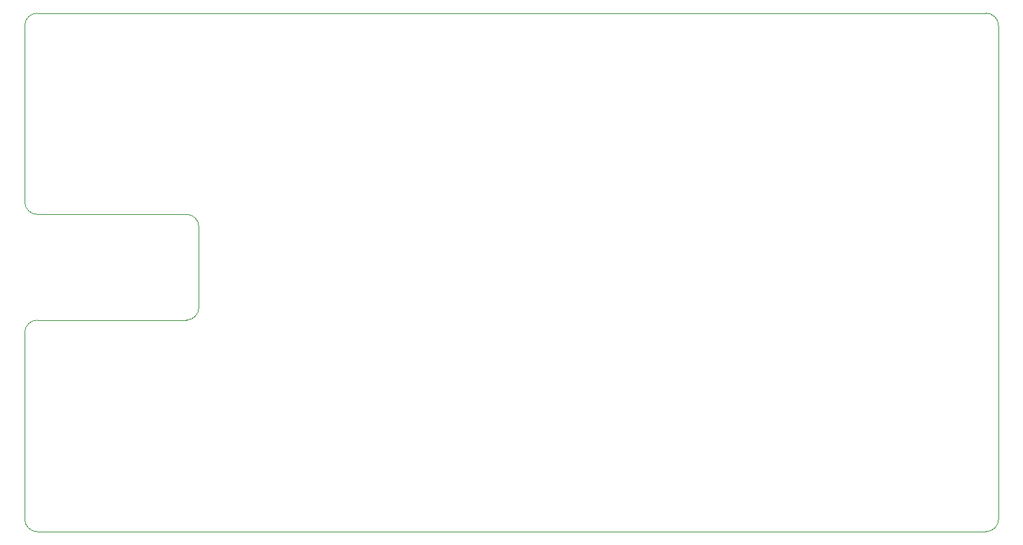
<source format=gbr>
%TF.GenerationSoftware,KiCad,Pcbnew,8.99.0-unknown-5d7e96841b~178~ubuntu22.04.1*%
%TF.CreationDate,2024-04-19T18:01:43+10:00*%
%TF.ProjectId,SkyMusicPad,536b794d-7573-4696-9350-61642e6b6963,rev?*%
%TF.SameCoordinates,Original*%
%TF.FileFunction,Profile,NP*%
%FSLAX46Y46*%
G04 Gerber Fmt 4.6, Leading zero omitted, Abs format (unit mm)*
G04 Created by KiCad (PCBNEW 8.99.0-unknown-5d7e96841b~178~ubuntu22.04.1) date 2024-04-19 18:01:43*
%MOMM*%
%LPD*%
G01*
G04 APERTURE LIST*
%TA.AperFunction,Profile*%
%ADD10C,0.100000*%
%TD*%
G04 APERTURE END LIST*
D10*
X20000000Y-68500000D02*
G75*
G02*
X21500000Y-67000000I1500000J0D01*
G01*
X41000000Y-65500000D02*
G75*
G02*
X39500000Y-67000000I-1500000J0D01*
G01*
X137500000Y-91000000D02*
G75*
G02*
X136000000Y-92500000I-1500000J0D01*
G01*
X20000000Y-31500000D02*
G75*
G02*
X21500000Y-30000000I1500000J0D01*
G01*
X41000000Y-65500000D02*
X41000000Y-55750000D01*
X136000000Y-30000000D02*
G75*
G02*
X137500000Y-31500000I0J-1500000D01*
G01*
X21500000Y-30000000D02*
X136000000Y-30000000D01*
X137500000Y-31500000D02*
X137500000Y-91000000D01*
X21500000Y-92500000D02*
G75*
G02*
X20000000Y-91000000I0J1500000D01*
G01*
X21500000Y-54250000D02*
G75*
G02*
X20000000Y-52750000I0J1500000D01*
G01*
X39500000Y-54250000D02*
G75*
G02*
X41000000Y-55750000I0J-1500000D01*
G01*
X39500000Y-54250000D02*
X21500000Y-54250000D01*
X20000000Y-52750000D02*
X20000000Y-31500000D01*
X20000000Y-91000000D02*
X20000000Y-68500000D01*
X21500000Y-67000000D02*
X39500000Y-67000000D01*
X136000000Y-92500000D02*
X21500000Y-92500000D01*
M02*

</source>
